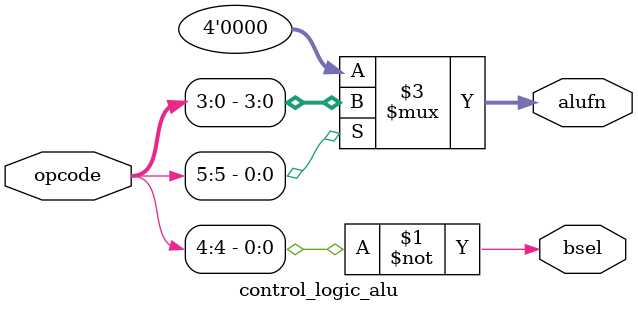
<source format=v>
module control_logic_alu(
    input [5:0] opcode,
    output bsel,
    output [3:0] alufn
);

	// bsel = directly the inverse of the fifth bit
	assign bsel = ~opcode[4];

    // If OPCODE is OP or OPC, alufn = OPCODE[3:0], else alufn = 0 (Correspond to the ADD operation)
    assign alufn[3:0] = (opcode[5] == 1'b1) ? opcode[3:0] : 4'h0 ;

endmodule


</source>
